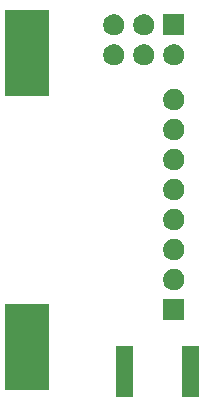
<source format=gbr>
G04 #@! TF.GenerationSoftware,KiCad,Pcbnew,5.1.5*
G04 #@! TF.CreationDate,2020-01-23T21:18:07+01:00*
G04 #@! TF.ProjectId,LORA_ATTINY84,4c4f5241-5f41-4545-9449-4e5938342e6b,rev?*
G04 #@! TF.SameCoordinates,Original*
G04 #@! TF.FileFunction,Soldermask,Bot*
G04 #@! TF.FilePolarity,Negative*
%FSLAX46Y46*%
G04 Gerber Fmt 4.6, Leading zero omitted, Abs format (unit mm)*
G04 Created by KiCad (PCBNEW 5.1.5) date 2020-01-23 21:18:07*
%MOMM*%
%LPD*%
G04 APERTURE LIST*
%ADD10C,0.100000*%
G04 APERTURE END LIST*
D10*
G36*
X91638200Y-79544800D02*
G01*
X90186200Y-79544800D01*
X90186200Y-75242800D01*
X91638200Y-75242800D01*
X91638200Y-79544800D01*
G37*
G36*
X85988200Y-79544800D02*
G01*
X84536200Y-79544800D01*
X84536200Y-75242800D01*
X85988200Y-75242800D01*
X85988200Y-79544800D01*
G37*
G36*
X78914600Y-78937400D02*
G01*
X75212600Y-78937400D01*
X75212600Y-71735400D01*
X78914600Y-71735400D01*
X78914600Y-78937400D01*
G37*
G36*
X90359800Y-73062400D02*
G01*
X88557800Y-73062400D01*
X88557800Y-71260400D01*
X90359800Y-71260400D01*
X90359800Y-73062400D01*
G37*
G36*
X89572312Y-68725327D02*
G01*
X89721612Y-68755024D01*
X89885584Y-68822944D01*
X90033154Y-68921547D01*
X90158653Y-69047046D01*
X90257256Y-69194616D01*
X90325176Y-69358588D01*
X90359800Y-69532659D01*
X90359800Y-69710141D01*
X90325176Y-69884212D01*
X90257256Y-70048184D01*
X90158653Y-70195754D01*
X90033154Y-70321253D01*
X89885584Y-70419856D01*
X89721612Y-70487776D01*
X89572312Y-70517473D01*
X89547542Y-70522400D01*
X89370058Y-70522400D01*
X89345288Y-70517473D01*
X89195988Y-70487776D01*
X89032016Y-70419856D01*
X88884446Y-70321253D01*
X88758947Y-70195754D01*
X88660344Y-70048184D01*
X88592424Y-69884212D01*
X88557800Y-69710141D01*
X88557800Y-69532659D01*
X88592424Y-69358588D01*
X88660344Y-69194616D01*
X88758947Y-69047046D01*
X88884446Y-68921547D01*
X89032016Y-68822944D01*
X89195988Y-68755024D01*
X89345288Y-68725327D01*
X89370058Y-68720400D01*
X89547542Y-68720400D01*
X89572312Y-68725327D01*
G37*
G36*
X89572312Y-66185327D02*
G01*
X89721612Y-66215024D01*
X89885584Y-66282944D01*
X90033154Y-66381547D01*
X90158653Y-66507046D01*
X90257256Y-66654616D01*
X90325176Y-66818588D01*
X90359800Y-66992659D01*
X90359800Y-67170141D01*
X90325176Y-67344212D01*
X90257256Y-67508184D01*
X90158653Y-67655754D01*
X90033154Y-67781253D01*
X89885584Y-67879856D01*
X89721612Y-67947776D01*
X89572312Y-67977473D01*
X89547542Y-67982400D01*
X89370058Y-67982400D01*
X89345288Y-67977473D01*
X89195988Y-67947776D01*
X89032016Y-67879856D01*
X88884446Y-67781253D01*
X88758947Y-67655754D01*
X88660344Y-67508184D01*
X88592424Y-67344212D01*
X88557800Y-67170141D01*
X88557800Y-66992659D01*
X88592424Y-66818588D01*
X88660344Y-66654616D01*
X88758947Y-66507046D01*
X88884446Y-66381547D01*
X89032016Y-66282944D01*
X89195988Y-66215024D01*
X89345288Y-66185327D01*
X89370058Y-66180400D01*
X89547542Y-66180400D01*
X89572312Y-66185327D01*
G37*
G36*
X89572312Y-63645327D02*
G01*
X89721612Y-63675024D01*
X89885584Y-63742944D01*
X90033154Y-63841547D01*
X90158653Y-63967046D01*
X90257256Y-64114616D01*
X90325176Y-64278588D01*
X90359800Y-64452659D01*
X90359800Y-64630141D01*
X90325176Y-64804212D01*
X90257256Y-64968184D01*
X90158653Y-65115754D01*
X90033154Y-65241253D01*
X89885584Y-65339856D01*
X89721612Y-65407776D01*
X89572312Y-65437473D01*
X89547542Y-65442400D01*
X89370058Y-65442400D01*
X89345288Y-65437473D01*
X89195988Y-65407776D01*
X89032016Y-65339856D01*
X88884446Y-65241253D01*
X88758947Y-65115754D01*
X88660344Y-64968184D01*
X88592424Y-64804212D01*
X88557800Y-64630141D01*
X88557800Y-64452659D01*
X88592424Y-64278588D01*
X88660344Y-64114616D01*
X88758947Y-63967046D01*
X88884446Y-63841547D01*
X89032016Y-63742944D01*
X89195988Y-63675024D01*
X89345288Y-63645327D01*
X89370058Y-63640400D01*
X89547542Y-63640400D01*
X89572312Y-63645327D01*
G37*
G36*
X89572312Y-61105327D02*
G01*
X89721612Y-61135024D01*
X89885584Y-61202944D01*
X90033154Y-61301547D01*
X90158653Y-61427046D01*
X90257256Y-61574616D01*
X90325176Y-61738588D01*
X90359800Y-61912659D01*
X90359800Y-62090141D01*
X90325176Y-62264212D01*
X90257256Y-62428184D01*
X90158653Y-62575754D01*
X90033154Y-62701253D01*
X89885584Y-62799856D01*
X89721612Y-62867776D01*
X89572312Y-62897473D01*
X89547542Y-62902400D01*
X89370058Y-62902400D01*
X89345288Y-62897473D01*
X89195988Y-62867776D01*
X89032016Y-62799856D01*
X88884446Y-62701253D01*
X88758947Y-62575754D01*
X88660344Y-62428184D01*
X88592424Y-62264212D01*
X88557800Y-62090141D01*
X88557800Y-61912659D01*
X88592424Y-61738588D01*
X88660344Y-61574616D01*
X88758947Y-61427046D01*
X88884446Y-61301547D01*
X89032016Y-61202944D01*
X89195988Y-61135024D01*
X89345288Y-61105327D01*
X89370058Y-61100400D01*
X89547542Y-61100400D01*
X89572312Y-61105327D01*
G37*
G36*
X89572312Y-58565327D02*
G01*
X89721612Y-58595024D01*
X89885584Y-58662944D01*
X90033154Y-58761547D01*
X90158653Y-58887046D01*
X90257256Y-59034616D01*
X90325176Y-59198588D01*
X90359800Y-59372659D01*
X90359800Y-59550141D01*
X90325176Y-59724212D01*
X90257256Y-59888184D01*
X90158653Y-60035754D01*
X90033154Y-60161253D01*
X89885584Y-60259856D01*
X89721612Y-60327776D01*
X89572312Y-60357473D01*
X89547542Y-60362400D01*
X89370058Y-60362400D01*
X89345288Y-60357473D01*
X89195988Y-60327776D01*
X89032016Y-60259856D01*
X88884446Y-60161253D01*
X88758947Y-60035754D01*
X88660344Y-59888184D01*
X88592424Y-59724212D01*
X88557800Y-59550141D01*
X88557800Y-59372659D01*
X88592424Y-59198588D01*
X88660344Y-59034616D01*
X88758947Y-58887046D01*
X88884446Y-58761547D01*
X89032016Y-58662944D01*
X89195988Y-58595024D01*
X89345288Y-58565327D01*
X89370058Y-58560400D01*
X89547542Y-58560400D01*
X89572312Y-58565327D01*
G37*
G36*
X89572312Y-56025327D02*
G01*
X89721612Y-56055024D01*
X89885584Y-56122944D01*
X90033154Y-56221547D01*
X90158653Y-56347046D01*
X90257256Y-56494616D01*
X90325176Y-56658588D01*
X90359800Y-56832659D01*
X90359800Y-57010141D01*
X90325176Y-57184212D01*
X90257256Y-57348184D01*
X90158653Y-57495754D01*
X90033154Y-57621253D01*
X89885584Y-57719856D01*
X89721612Y-57787776D01*
X89572312Y-57817473D01*
X89547542Y-57822400D01*
X89370058Y-57822400D01*
X89345288Y-57817473D01*
X89195988Y-57787776D01*
X89032016Y-57719856D01*
X88884446Y-57621253D01*
X88758947Y-57495754D01*
X88660344Y-57348184D01*
X88592424Y-57184212D01*
X88557800Y-57010141D01*
X88557800Y-56832659D01*
X88592424Y-56658588D01*
X88660344Y-56494616D01*
X88758947Y-56347046D01*
X88884446Y-56221547D01*
X89032016Y-56122944D01*
X89195988Y-56055024D01*
X89345288Y-56025327D01*
X89370058Y-56020400D01*
X89547542Y-56020400D01*
X89572312Y-56025327D01*
G37*
G36*
X89572312Y-53485327D02*
G01*
X89721612Y-53515024D01*
X89885584Y-53582944D01*
X90033154Y-53681547D01*
X90158653Y-53807046D01*
X90257256Y-53954616D01*
X90325176Y-54118588D01*
X90359800Y-54292659D01*
X90359800Y-54470141D01*
X90325176Y-54644212D01*
X90257256Y-54808184D01*
X90158653Y-54955754D01*
X90033154Y-55081253D01*
X89885584Y-55179856D01*
X89721612Y-55247776D01*
X89572312Y-55277473D01*
X89547542Y-55282400D01*
X89370058Y-55282400D01*
X89345288Y-55277473D01*
X89195988Y-55247776D01*
X89032016Y-55179856D01*
X88884446Y-55081253D01*
X88758947Y-54955754D01*
X88660344Y-54808184D01*
X88592424Y-54644212D01*
X88557800Y-54470141D01*
X88557800Y-54292659D01*
X88592424Y-54118588D01*
X88660344Y-53954616D01*
X88758947Y-53807046D01*
X88884446Y-53681547D01*
X89032016Y-53582944D01*
X89195988Y-53515024D01*
X89345288Y-53485327D01*
X89370058Y-53480400D01*
X89547542Y-53480400D01*
X89572312Y-53485327D01*
G37*
G36*
X78914600Y-54045400D02*
G01*
X75212600Y-54045400D01*
X75212600Y-46843400D01*
X78914600Y-46843400D01*
X78914600Y-54045400D01*
G37*
G36*
X89572312Y-49700727D02*
G01*
X89721612Y-49730424D01*
X89885584Y-49798344D01*
X90033154Y-49896947D01*
X90158653Y-50022446D01*
X90257256Y-50170016D01*
X90325176Y-50333988D01*
X90359800Y-50508059D01*
X90359800Y-50685541D01*
X90325176Y-50859612D01*
X90257256Y-51023584D01*
X90158653Y-51171154D01*
X90033154Y-51296653D01*
X89885584Y-51395256D01*
X89721612Y-51463176D01*
X89572312Y-51492873D01*
X89547542Y-51497800D01*
X89370058Y-51497800D01*
X89345288Y-51492873D01*
X89195988Y-51463176D01*
X89032016Y-51395256D01*
X88884446Y-51296653D01*
X88758947Y-51171154D01*
X88660344Y-51023584D01*
X88592424Y-50859612D01*
X88557800Y-50685541D01*
X88557800Y-50508059D01*
X88592424Y-50333988D01*
X88660344Y-50170016D01*
X88758947Y-50022446D01*
X88884446Y-49896947D01*
X89032016Y-49798344D01*
X89195988Y-49730424D01*
X89345288Y-49700727D01*
X89370058Y-49695800D01*
X89547542Y-49695800D01*
X89572312Y-49700727D01*
G37*
G36*
X87032312Y-49700727D02*
G01*
X87181612Y-49730424D01*
X87345584Y-49798344D01*
X87493154Y-49896947D01*
X87618653Y-50022446D01*
X87717256Y-50170016D01*
X87785176Y-50333988D01*
X87819800Y-50508059D01*
X87819800Y-50685541D01*
X87785176Y-50859612D01*
X87717256Y-51023584D01*
X87618653Y-51171154D01*
X87493154Y-51296653D01*
X87345584Y-51395256D01*
X87181612Y-51463176D01*
X87032312Y-51492873D01*
X87007542Y-51497800D01*
X86830058Y-51497800D01*
X86805288Y-51492873D01*
X86655988Y-51463176D01*
X86492016Y-51395256D01*
X86344446Y-51296653D01*
X86218947Y-51171154D01*
X86120344Y-51023584D01*
X86052424Y-50859612D01*
X86017800Y-50685541D01*
X86017800Y-50508059D01*
X86052424Y-50333988D01*
X86120344Y-50170016D01*
X86218947Y-50022446D01*
X86344446Y-49896947D01*
X86492016Y-49798344D01*
X86655988Y-49730424D01*
X86805288Y-49700727D01*
X86830058Y-49695800D01*
X87007542Y-49695800D01*
X87032312Y-49700727D01*
G37*
G36*
X84492312Y-49700727D02*
G01*
X84641612Y-49730424D01*
X84805584Y-49798344D01*
X84953154Y-49896947D01*
X85078653Y-50022446D01*
X85177256Y-50170016D01*
X85245176Y-50333988D01*
X85279800Y-50508059D01*
X85279800Y-50685541D01*
X85245176Y-50859612D01*
X85177256Y-51023584D01*
X85078653Y-51171154D01*
X84953154Y-51296653D01*
X84805584Y-51395256D01*
X84641612Y-51463176D01*
X84492312Y-51492873D01*
X84467542Y-51497800D01*
X84290058Y-51497800D01*
X84265288Y-51492873D01*
X84115988Y-51463176D01*
X83952016Y-51395256D01*
X83804446Y-51296653D01*
X83678947Y-51171154D01*
X83580344Y-51023584D01*
X83512424Y-50859612D01*
X83477800Y-50685541D01*
X83477800Y-50508059D01*
X83512424Y-50333988D01*
X83580344Y-50170016D01*
X83678947Y-50022446D01*
X83804446Y-49896947D01*
X83952016Y-49798344D01*
X84115988Y-49730424D01*
X84265288Y-49700727D01*
X84290058Y-49695800D01*
X84467542Y-49695800D01*
X84492312Y-49700727D01*
G37*
G36*
X90359800Y-48957800D02*
G01*
X88557800Y-48957800D01*
X88557800Y-47155800D01*
X90359800Y-47155800D01*
X90359800Y-48957800D01*
G37*
G36*
X87032312Y-47160727D02*
G01*
X87181612Y-47190424D01*
X87345584Y-47258344D01*
X87493154Y-47356947D01*
X87618653Y-47482446D01*
X87717256Y-47630016D01*
X87785176Y-47793988D01*
X87819800Y-47968059D01*
X87819800Y-48145541D01*
X87785176Y-48319612D01*
X87717256Y-48483584D01*
X87618653Y-48631154D01*
X87493154Y-48756653D01*
X87345584Y-48855256D01*
X87181612Y-48923176D01*
X87032312Y-48952873D01*
X87007542Y-48957800D01*
X86830058Y-48957800D01*
X86805288Y-48952873D01*
X86655988Y-48923176D01*
X86492016Y-48855256D01*
X86344446Y-48756653D01*
X86218947Y-48631154D01*
X86120344Y-48483584D01*
X86052424Y-48319612D01*
X86017800Y-48145541D01*
X86017800Y-47968059D01*
X86052424Y-47793988D01*
X86120344Y-47630016D01*
X86218947Y-47482446D01*
X86344446Y-47356947D01*
X86492016Y-47258344D01*
X86655988Y-47190424D01*
X86805288Y-47160727D01*
X86830058Y-47155800D01*
X87007542Y-47155800D01*
X87032312Y-47160727D01*
G37*
G36*
X84492312Y-47160727D02*
G01*
X84641612Y-47190424D01*
X84805584Y-47258344D01*
X84953154Y-47356947D01*
X85078653Y-47482446D01*
X85177256Y-47630016D01*
X85245176Y-47793988D01*
X85279800Y-47968059D01*
X85279800Y-48145541D01*
X85245176Y-48319612D01*
X85177256Y-48483584D01*
X85078653Y-48631154D01*
X84953154Y-48756653D01*
X84805584Y-48855256D01*
X84641612Y-48923176D01*
X84492312Y-48952873D01*
X84467542Y-48957800D01*
X84290058Y-48957800D01*
X84265288Y-48952873D01*
X84115988Y-48923176D01*
X83952016Y-48855256D01*
X83804446Y-48756653D01*
X83678947Y-48631154D01*
X83580344Y-48483584D01*
X83512424Y-48319612D01*
X83477800Y-48145541D01*
X83477800Y-47968059D01*
X83512424Y-47793988D01*
X83580344Y-47630016D01*
X83678947Y-47482446D01*
X83804446Y-47356947D01*
X83952016Y-47258344D01*
X84115988Y-47190424D01*
X84265288Y-47160727D01*
X84290058Y-47155800D01*
X84467542Y-47155800D01*
X84492312Y-47160727D01*
G37*
M02*

</source>
